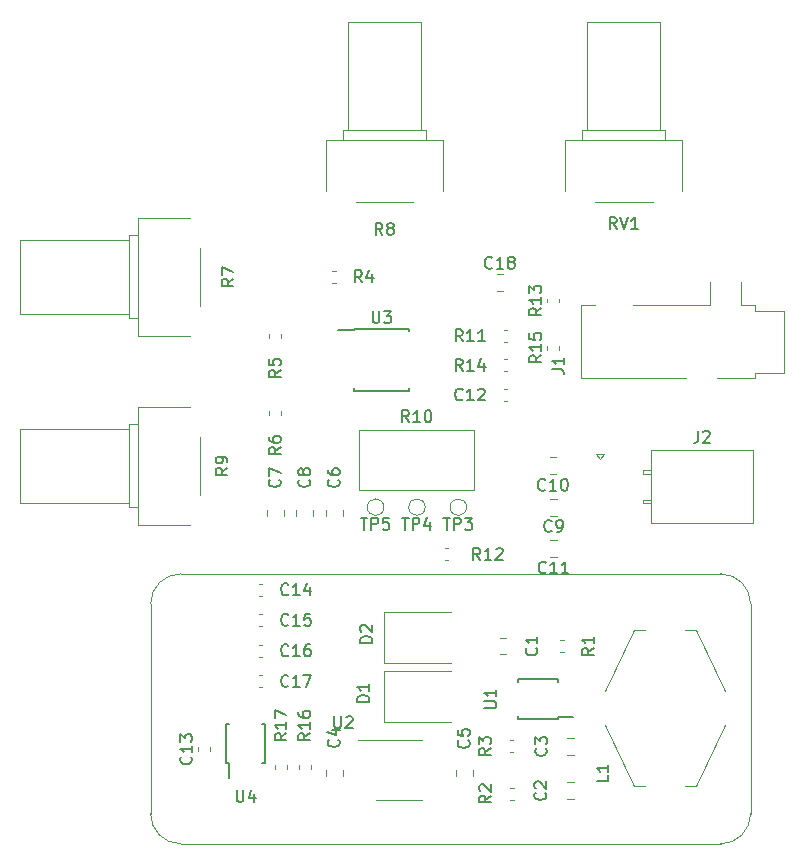
<source format=gto>
G04 #@! TF.GenerationSoftware,KiCad,Pcbnew,(5.1.5)-3*
G04 #@! TF.CreationDate,2020-02-01T22:19:46+11:00*
G04 #@! TF.ProjectId,Tph_Synth_Featherwing,5470685f-5379-46e7-9468-5f4665617468,rev?*
G04 #@! TF.SameCoordinates,Original*
G04 #@! TF.FileFunction,Legend,Top*
G04 #@! TF.FilePolarity,Positive*
%FSLAX46Y46*%
G04 Gerber Fmt 4.6, Leading zero omitted, Abs format (unit mm)*
G04 Created by KiCad (PCBNEW (5.1.5)-3) date 2020-02-01 22:19:46*
%MOMM*%
%LPD*%
G04 APERTURE LIST*
%ADD10C,0.120000*%
%ADD11C,0.150000*%
%ADD12C,0.100000*%
G04 APERTURE END LIST*
D10*
X116241422Y-88290000D02*
X116758578Y-88290000D01*
X116241422Y-89710000D02*
X116758578Y-89710000D01*
X127850000Y-131600000D02*
X128800000Y-131600000D01*
X127850000Y-131600000D02*
X125400000Y-126400000D01*
X133150000Y-118400000D02*
X132200000Y-118400000D01*
X133150000Y-118400000D02*
X135600000Y-123600000D01*
X133150000Y-131600000D02*
X135600000Y-126400000D01*
X127850000Y-118400000D02*
X125400000Y-123600000D01*
X133150000Y-131600000D02*
X132200000Y-131600000D01*
X127850000Y-118400000D02*
X128800000Y-118400000D01*
X96087221Y-123260000D02*
X96412779Y-123260000D01*
X96087221Y-122240000D02*
X96412779Y-122240000D01*
X96087221Y-119657000D02*
X96412779Y-119657000D01*
X96087221Y-120677000D02*
X96412779Y-120677000D01*
X96087221Y-118093000D02*
X96412779Y-118093000D01*
X96087221Y-117073000D02*
X96412779Y-117073000D01*
X96087221Y-114490000D02*
X96412779Y-114490000D01*
X96087221Y-115510000D02*
X96412779Y-115510000D01*
X90990000Y-128337221D02*
X90990000Y-128662779D01*
X92010000Y-128337221D02*
X92010000Y-128662779D01*
X117162779Y-99010000D02*
X116837221Y-99010000D01*
X117162779Y-97990000D02*
X116837221Y-97990000D01*
X114210000Y-130261422D02*
X114210000Y-130778578D01*
X112790000Y-130261422D02*
X112790000Y-130778578D01*
X121320578Y-110790000D02*
X120803422Y-110790000D01*
X121320578Y-112210000D02*
X120803422Y-112210000D01*
X121258578Y-105210000D02*
X120741422Y-105210000D01*
X121258578Y-103790000D02*
X120741422Y-103790000D01*
X121320578Y-107290000D02*
X120803422Y-107290000D01*
X121320578Y-108710000D02*
X120803422Y-108710000D01*
X98210000Y-108241422D02*
X98210000Y-108758578D01*
X96790000Y-108241422D02*
X96790000Y-108758578D01*
X101790000Y-108241422D02*
X101790000Y-108758578D01*
X103210000Y-108241422D02*
X103210000Y-108758578D01*
X103210000Y-130261422D02*
X103210000Y-130778578D01*
X101790000Y-130261422D02*
X101790000Y-130778578D01*
X122241422Y-128960000D02*
X122758578Y-128960000D01*
X122241422Y-127540000D02*
X122758578Y-127540000D01*
X122241422Y-131290000D02*
X122758578Y-131290000D01*
X122241422Y-132710000D02*
X122758578Y-132710000D01*
X117008578Y-119040000D02*
X116491422Y-119040000D01*
X117008578Y-120460000D02*
X116491422Y-120460000D01*
X100710000Y-108241422D02*
X100710000Y-108758578D01*
X99290000Y-108241422D02*
X99290000Y-108758578D01*
X136900000Y-90900000D02*
X138100000Y-90900000D01*
X138100000Y-90900000D02*
X138100000Y-91400000D01*
X138100000Y-91400000D02*
X140600000Y-91400000D01*
X140600000Y-91400000D02*
X140600000Y-96600000D01*
X140600000Y-96600000D02*
X138100000Y-96600000D01*
X138100000Y-96600000D02*
X138100000Y-97100000D01*
X138100000Y-97100000D02*
X134900000Y-97100000D01*
X132300000Y-97100000D02*
X123400000Y-97100000D01*
X123400000Y-97100000D02*
X123400000Y-90900000D01*
X123400000Y-90900000D02*
X124600000Y-90900000D01*
X127800000Y-90900000D02*
X134300000Y-90900000D01*
X136900000Y-90900000D02*
X136900000Y-88900000D01*
X134300000Y-90900000D02*
X134300000Y-88900000D01*
X129310000Y-103170000D02*
X129310000Y-109330000D01*
X129310000Y-109330000D02*
X137990000Y-109330000D01*
X137990000Y-109330000D02*
X137990000Y-103170000D01*
X137990000Y-103170000D02*
X129310000Y-103170000D01*
X129310000Y-105150000D02*
X129310000Y-104850000D01*
X129310000Y-104850000D02*
X128610000Y-104850000D01*
X128610000Y-104850000D02*
X128610000Y-105150000D01*
X128610000Y-105150000D02*
X129310000Y-105150000D01*
X129310000Y-107650000D02*
X129310000Y-107350000D01*
X129310000Y-107350000D02*
X128610000Y-107350000D01*
X128610000Y-107350000D02*
X128610000Y-107650000D01*
X128610000Y-107650000D02*
X129310000Y-107650000D01*
X125000000Y-103890000D02*
X125300000Y-103465736D01*
X125300000Y-103465736D02*
X124700000Y-103465736D01*
X124700000Y-103465736D02*
X125000000Y-103890000D01*
X106700000Y-121850000D02*
X112400000Y-121850000D01*
X106700000Y-126150000D02*
X112400000Y-126150000D01*
X106700000Y-121850000D02*
X106700000Y-126150000D01*
X106700000Y-116850000D02*
X106700000Y-121150000D01*
X106700000Y-121150000D02*
X112400000Y-121150000D01*
X106700000Y-116850000D02*
X112400000Y-116850000D01*
D11*
X93550000Y-129675000D02*
X93550000Y-130900000D01*
X96675000Y-129675000D02*
X96675000Y-126325000D01*
X93325000Y-129675000D02*
X93325000Y-126325000D01*
X96675000Y-129675000D02*
X96375000Y-129675000D01*
X96675000Y-126325000D02*
X96375000Y-126325000D01*
X93325000Y-126325000D02*
X93625000Y-126325000D01*
X93325000Y-129675000D02*
X93550000Y-129675000D01*
X121425000Y-125925000D02*
X121425000Y-125750000D01*
X118075000Y-125925000D02*
X118075000Y-125675000D01*
X118075000Y-122575000D02*
X118075000Y-122825000D01*
X121425000Y-122575000D02*
X121425000Y-122825000D01*
X121425000Y-125925000D02*
X118075000Y-125925000D01*
X121425000Y-122575000D02*
X118075000Y-122575000D01*
X121425000Y-125750000D02*
X122675000Y-125750000D01*
D10*
X108000000Y-132810000D02*
X109950000Y-132810000D01*
X108000000Y-132810000D02*
X106050000Y-132810000D01*
X108000000Y-127690000D02*
X109950000Y-127690000D01*
X108000000Y-127690000D02*
X104550000Y-127690000D01*
D11*
X104175000Y-92875000D02*
X104175000Y-93000000D01*
X108825000Y-92875000D02*
X108825000Y-93100000D01*
X108825000Y-98125000D02*
X108825000Y-97900000D01*
X104175000Y-98125000D02*
X104175000Y-97900000D01*
X104175000Y-92875000D02*
X108825000Y-92875000D01*
X104175000Y-98125000D02*
X108825000Y-98125000D01*
X104175000Y-93000000D02*
X102825000Y-93000000D01*
D10*
X104575000Y-101470000D02*
X114345000Y-101470000D01*
X104575000Y-106540000D02*
X114345000Y-106540000D01*
X104575000Y-101470000D02*
X104575000Y-106540000D01*
X114345000Y-101470000D02*
X114345000Y-106540000D01*
X123880000Y-66880000D02*
X130120000Y-66880000D01*
X123880000Y-76080000D02*
X130120000Y-76080000D01*
X130120000Y-76080000D02*
X130120000Y-66880000D01*
X123880000Y-76080000D02*
X123880000Y-66880000D01*
X123480000Y-76080000D02*
X130520000Y-76080000D01*
X123480000Y-76880000D02*
X130520000Y-76880000D01*
X130520000Y-76880000D02*
X130520000Y-76080000D01*
X123480000Y-76880000D02*
X123480000Y-76080000D01*
X122030000Y-76880000D02*
X131970000Y-76880000D01*
X124556000Y-82120000D02*
X129445000Y-82120000D01*
X131970000Y-81245000D02*
X131970000Y-76880000D01*
X122030000Y-81245000D02*
X122030000Y-76880000D01*
X90245000Y-93470000D02*
X85880000Y-93470000D01*
X90245000Y-83530000D02*
X85880000Y-83530000D01*
X91120000Y-90944000D02*
X91120000Y-86055000D01*
X85880000Y-93470000D02*
X85880000Y-83530000D01*
X85880000Y-92020000D02*
X85080000Y-92020000D01*
X85880000Y-84980000D02*
X85080000Y-84980000D01*
X85880000Y-92020000D02*
X85880000Y-84980000D01*
X85080000Y-92020000D02*
X85080000Y-84980000D01*
X85080000Y-91620000D02*
X75880000Y-91620000D01*
X85080000Y-85380000D02*
X75880000Y-85380000D01*
X85080000Y-91620000D02*
X85080000Y-85380000D01*
X75880000Y-91620000D02*
X75880000Y-85380000D01*
X103630000Y-66880000D02*
X109870000Y-66880000D01*
X103630000Y-76080000D02*
X109870000Y-76080000D01*
X109870000Y-76080000D02*
X109870000Y-66880000D01*
X103630000Y-76080000D02*
X103630000Y-66880000D01*
X103230000Y-76080000D02*
X110270000Y-76080000D01*
X103230000Y-76880000D02*
X110270000Y-76880000D01*
X110270000Y-76880000D02*
X110270000Y-76080000D01*
X103230000Y-76880000D02*
X103230000Y-76080000D01*
X101780000Y-76880000D02*
X111720000Y-76880000D01*
X104306000Y-82120000D02*
X109195000Y-82120000D01*
X111720000Y-81245000D02*
X111720000Y-76880000D01*
X101780000Y-81245000D02*
X101780000Y-76880000D01*
X90245000Y-109470000D02*
X85880000Y-109470000D01*
X90245000Y-99530000D02*
X85880000Y-99530000D01*
X91120000Y-106944000D02*
X91120000Y-102055000D01*
X85880000Y-109470000D02*
X85880000Y-99530000D01*
X85880000Y-108020000D02*
X85080000Y-108020000D01*
X85880000Y-100980000D02*
X85080000Y-100980000D01*
X85880000Y-108020000D02*
X85880000Y-100980000D01*
X85080000Y-108020000D02*
X85080000Y-100980000D01*
X85080000Y-107620000D02*
X75880000Y-107620000D01*
X85080000Y-101380000D02*
X75880000Y-101380000D01*
X85080000Y-107620000D02*
X85080000Y-101380000D01*
X75880000Y-107620000D02*
X75880000Y-101380000D01*
X98010000Y-99875221D02*
X98010000Y-100200779D01*
X96990000Y-99875221D02*
X96990000Y-100200779D01*
X98510000Y-130162779D02*
X98510000Y-129837221D01*
X97490000Y-130162779D02*
X97490000Y-129837221D01*
X99490000Y-130162779D02*
X99490000Y-129837221D01*
X100510000Y-130162779D02*
X100510000Y-129837221D01*
X121510000Y-94662779D02*
X121510000Y-94337221D01*
X120490000Y-94662779D02*
X120490000Y-94337221D01*
X120490000Y-90662779D02*
X120490000Y-90337221D01*
X121510000Y-90662779D02*
X121510000Y-90337221D01*
X96990000Y-93337221D02*
X96990000Y-93662779D01*
X98010000Y-93337221D02*
X98010000Y-93662779D01*
X102662779Y-89010000D02*
X102337221Y-89010000D01*
X102662779Y-87990000D02*
X102337221Y-87990000D01*
X117662779Y-127740000D02*
X117337221Y-127740000D01*
X117662779Y-128760000D02*
X117337221Y-128760000D01*
X121587221Y-119240000D02*
X121912779Y-119240000D01*
X121587221Y-120260000D02*
X121912779Y-120260000D01*
X117162779Y-92990000D02*
X116837221Y-92990000D01*
X117162779Y-94010000D02*
X116837221Y-94010000D01*
X116837221Y-95490000D02*
X117162779Y-95490000D01*
X116837221Y-96510000D02*
X117162779Y-96510000D01*
X111837221Y-112510000D02*
X112162779Y-112510000D01*
X111837221Y-111490000D02*
X112162779Y-111490000D01*
X117375221Y-131740000D02*
X117700779Y-131740000D01*
X117375221Y-132760000D02*
X117700779Y-132760000D01*
X113700000Y-108000000D02*
G75*
G03X113700000Y-108000000I-700000J0D01*
G01*
X106700000Y-108000000D02*
G75*
G03X106700000Y-108000000I-700000J0D01*
G01*
X110200000Y-108000000D02*
G75*
G03X110200000Y-108000000I-700000J0D01*
G01*
D12*
X89490000Y-136500000D02*
X135210000Y-136500000D01*
X137750000Y-133960000D02*
X137750000Y-116180000D01*
X135210000Y-113640000D02*
X89490000Y-113640000D01*
X86950000Y-116180000D02*
X86950000Y-133960000D01*
X135210000Y-136500000D02*
G75*
G03X137750000Y-133960000I0J2540000D01*
G01*
X137750000Y-116180000D02*
G75*
G03X135210000Y-113640000I-2540000J0D01*
G01*
X89490000Y-113640000D02*
G75*
G03X86950000Y-116180000I0J-2540000D01*
G01*
X86950000Y-133960000D02*
G75*
G03X89490000Y-136500000I2540000J0D01*
G01*
D11*
X115857142Y-87707142D02*
X115809523Y-87754761D01*
X115666666Y-87802380D01*
X115571428Y-87802380D01*
X115428571Y-87754761D01*
X115333333Y-87659523D01*
X115285714Y-87564285D01*
X115238095Y-87373809D01*
X115238095Y-87230952D01*
X115285714Y-87040476D01*
X115333333Y-86945238D01*
X115428571Y-86850000D01*
X115571428Y-86802380D01*
X115666666Y-86802380D01*
X115809523Y-86850000D01*
X115857142Y-86897619D01*
X116809523Y-87802380D02*
X116238095Y-87802380D01*
X116523809Y-87802380D02*
X116523809Y-86802380D01*
X116428571Y-86945238D01*
X116333333Y-87040476D01*
X116238095Y-87088095D01*
X117380952Y-87230952D02*
X117285714Y-87183333D01*
X117238095Y-87135714D01*
X117190476Y-87040476D01*
X117190476Y-86992857D01*
X117238095Y-86897619D01*
X117285714Y-86850000D01*
X117380952Y-86802380D01*
X117571428Y-86802380D01*
X117666666Y-86850000D01*
X117714285Y-86897619D01*
X117761904Y-86992857D01*
X117761904Y-87040476D01*
X117714285Y-87135714D01*
X117666666Y-87183333D01*
X117571428Y-87230952D01*
X117380952Y-87230952D01*
X117285714Y-87278571D01*
X117238095Y-87326190D01*
X117190476Y-87421428D01*
X117190476Y-87611904D01*
X117238095Y-87707142D01*
X117285714Y-87754761D01*
X117380952Y-87802380D01*
X117571428Y-87802380D01*
X117666666Y-87754761D01*
X117714285Y-87707142D01*
X117761904Y-87611904D01*
X117761904Y-87421428D01*
X117714285Y-87326190D01*
X117666666Y-87278571D01*
X117571428Y-87230952D01*
X125702380Y-130666666D02*
X125702380Y-131142857D01*
X124702380Y-131142857D01*
X125702380Y-129809523D02*
X125702380Y-130380952D01*
X125702380Y-130095238D02*
X124702380Y-130095238D01*
X124845238Y-130190476D01*
X124940476Y-130285714D01*
X124988095Y-130380952D01*
X98607142Y-123107142D02*
X98559523Y-123154761D01*
X98416666Y-123202380D01*
X98321428Y-123202380D01*
X98178571Y-123154761D01*
X98083333Y-123059523D01*
X98035714Y-122964285D01*
X97988095Y-122773809D01*
X97988095Y-122630952D01*
X98035714Y-122440476D01*
X98083333Y-122345238D01*
X98178571Y-122250000D01*
X98321428Y-122202380D01*
X98416666Y-122202380D01*
X98559523Y-122250000D01*
X98607142Y-122297619D01*
X99559523Y-123202380D02*
X98988095Y-123202380D01*
X99273809Y-123202380D02*
X99273809Y-122202380D01*
X99178571Y-122345238D01*
X99083333Y-122440476D01*
X98988095Y-122488095D01*
X99892857Y-122202380D02*
X100559523Y-122202380D01*
X100130952Y-123202380D01*
X98607142Y-120524142D02*
X98559523Y-120571761D01*
X98416666Y-120619380D01*
X98321428Y-120619380D01*
X98178571Y-120571761D01*
X98083333Y-120476523D01*
X98035714Y-120381285D01*
X97988095Y-120190809D01*
X97988095Y-120047952D01*
X98035714Y-119857476D01*
X98083333Y-119762238D01*
X98178571Y-119667000D01*
X98321428Y-119619380D01*
X98416666Y-119619380D01*
X98559523Y-119667000D01*
X98607142Y-119714619D01*
X99559523Y-120619380D02*
X98988095Y-120619380D01*
X99273809Y-120619380D02*
X99273809Y-119619380D01*
X99178571Y-119762238D01*
X99083333Y-119857476D01*
X98988095Y-119905095D01*
X100416666Y-119619380D02*
X100226190Y-119619380D01*
X100130952Y-119667000D01*
X100083333Y-119714619D01*
X99988095Y-119857476D01*
X99940476Y-120047952D01*
X99940476Y-120428904D01*
X99988095Y-120524142D01*
X100035714Y-120571761D01*
X100130952Y-120619380D01*
X100321428Y-120619380D01*
X100416666Y-120571761D01*
X100464285Y-120524142D01*
X100511904Y-120428904D01*
X100511904Y-120190809D01*
X100464285Y-120095571D01*
X100416666Y-120047952D01*
X100321428Y-120000333D01*
X100130952Y-120000333D01*
X100035714Y-120047952D01*
X99988095Y-120095571D01*
X99940476Y-120190809D01*
X98607142Y-117940142D02*
X98559523Y-117987761D01*
X98416666Y-118035380D01*
X98321428Y-118035380D01*
X98178571Y-117987761D01*
X98083333Y-117892523D01*
X98035714Y-117797285D01*
X97988095Y-117606809D01*
X97988095Y-117463952D01*
X98035714Y-117273476D01*
X98083333Y-117178238D01*
X98178571Y-117083000D01*
X98321428Y-117035380D01*
X98416666Y-117035380D01*
X98559523Y-117083000D01*
X98607142Y-117130619D01*
X99559523Y-118035380D02*
X98988095Y-118035380D01*
X99273809Y-118035380D02*
X99273809Y-117035380D01*
X99178571Y-117178238D01*
X99083333Y-117273476D01*
X98988095Y-117321095D01*
X100464285Y-117035380D02*
X99988095Y-117035380D01*
X99940476Y-117511571D01*
X99988095Y-117463952D01*
X100083333Y-117416333D01*
X100321428Y-117416333D01*
X100416666Y-117463952D01*
X100464285Y-117511571D01*
X100511904Y-117606809D01*
X100511904Y-117844904D01*
X100464285Y-117940142D01*
X100416666Y-117987761D01*
X100321428Y-118035380D01*
X100083333Y-118035380D01*
X99988095Y-117987761D01*
X99940476Y-117940142D01*
X98607142Y-115357142D02*
X98559523Y-115404761D01*
X98416666Y-115452380D01*
X98321428Y-115452380D01*
X98178571Y-115404761D01*
X98083333Y-115309523D01*
X98035714Y-115214285D01*
X97988095Y-115023809D01*
X97988095Y-114880952D01*
X98035714Y-114690476D01*
X98083333Y-114595238D01*
X98178571Y-114500000D01*
X98321428Y-114452380D01*
X98416666Y-114452380D01*
X98559523Y-114500000D01*
X98607142Y-114547619D01*
X99559523Y-115452380D02*
X98988095Y-115452380D01*
X99273809Y-115452380D02*
X99273809Y-114452380D01*
X99178571Y-114595238D01*
X99083333Y-114690476D01*
X98988095Y-114738095D01*
X100416666Y-114785714D02*
X100416666Y-115452380D01*
X100178571Y-114404761D02*
X99940476Y-115119047D01*
X100559523Y-115119047D01*
X90357142Y-129142857D02*
X90404761Y-129190476D01*
X90452380Y-129333333D01*
X90452380Y-129428571D01*
X90404761Y-129571428D01*
X90309523Y-129666666D01*
X90214285Y-129714285D01*
X90023809Y-129761904D01*
X89880952Y-129761904D01*
X89690476Y-129714285D01*
X89595238Y-129666666D01*
X89500000Y-129571428D01*
X89452380Y-129428571D01*
X89452380Y-129333333D01*
X89500000Y-129190476D01*
X89547619Y-129142857D01*
X90452380Y-128190476D02*
X90452380Y-128761904D01*
X90452380Y-128476190D02*
X89452380Y-128476190D01*
X89595238Y-128571428D01*
X89690476Y-128666666D01*
X89738095Y-128761904D01*
X89452380Y-127857142D02*
X89452380Y-127238095D01*
X89833333Y-127571428D01*
X89833333Y-127428571D01*
X89880952Y-127333333D01*
X89928571Y-127285714D01*
X90023809Y-127238095D01*
X90261904Y-127238095D01*
X90357142Y-127285714D01*
X90404761Y-127333333D01*
X90452380Y-127428571D01*
X90452380Y-127714285D01*
X90404761Y-127809523D01*
X90357142Y-127857142D01*
X113357142Y-98857142D02*
X113309523Y-98904761D01*
X113166666Y-98952380D01*
X113071428Y-98952380D01*
X112928571Y-98904761D01*
X112833333Y-98809523D01*
X112785714Y-98714285D01*
X112738095Y-98523809D01*
X112738095Y-98380952D01*
X112785714Y-98190476D01*
X112833333Y-98095238D01*
X112928571Y-98000000D01*
X113071428Y-97952380D01*
X113166666Y-97952380D01*
X113309523Y-98000000D01*
X113357142Y-98047619D01*
X114309523Y-98952380D02*
X113738095Y-98952380D01*
X114023809Y-98952380D02*
X114023809Y-97952380D01*
X113928571Y-98095238D01*
X113833333Y-98190476D01*
X113738095Y-98238095D01*
X114690476Y-98047619D02*
X114738095Y-98000000D01*
X114833333Y-97952380D01*
X115071428Y-97952380D01*
X115166666Y-98000000D01*
X115214285Y-98047619D01*
X115261904Y-98142857D01*
X115261904Y-98238095D01*
X115214285Y-98380952D01*
X114642857Y-98952380D01*
X115261904Y-98952380D01*
X113857142Y-127749166D02*
X113904761Y-127796785D01*
X113952380Y-127939642D01*
X113952380Y-128034880D01*
X113904761Y-128177738D01*
X113809523Y-128272976D01*
X113714285Y-128320595D01*
X113523809Y-128368214D01*
X113380952Y-128368214D01*
X113190476Y-128320595D01*
X113095238Y-128272976D01*
X113000000Y-128177738D01*
X112952380Y-128034880D01*
X112952380Y-127939642D01*
X113000000Y-127796785D01*
X113047619Y-127749166D01*
X112952380Y-126844404D02*
X112952380Y-127320595D01*
X113428571Y-127368214D01*
X113380952Y-127320595D01*
X113333333Y-127225357D01*
X113333333Y-126987261D01*
X113380952Y-126892023D01*
X113428571Y-126844404D01*
X113523809Y-126796785D01*
X113761904Y-126796785D01*
X113857142Y-126844404D01*
X113904761Y-126892023D01*
X113952380Y-126987261D01*
X113952380Y-127225357D01*
X113904761Y-127320595D01*
X113857142Y-127368214D01*
X120419142Y-113507142D02*
X120371523Y-113554761D01*
X120228666Y-113602380D01*
X120133428Y-113602380D01*
X119990571Y-113554761D01*
X119895333Y-113459523D01*
X119847714Y-113364285D01*
X119800095Y-113173809D01*
X119800095Y-113030952D01*
X119847714Y-112840476D01*
X119895333Y-112745238D01*
X119990571Y-112650000D01*
X120133428Y-112602380D01*
X120228666Y-112602380D01*
X120371523Y-112650000D01*
X120419142Y-112697619D01*
X121371523Y-113602380D02*
X120800095Y-113602380D01*
X121085809Y-113602380D02*
X121085809Y-112602380D01*
X120990571Y-112745238D01*
X120895333Y-112840476D01*
X120800095Y-112888095D01*
X122323904Y-113602380D02*
X121752476Y-113602380D01*
X122038190Y-113602380D02*
X122038190Y-112602380D01*
X121942952Y-112745238D01*
X121847714Y-112840476D01*
X121752476Y-112888095D01*
X120357142Y-106507142D02*
X120309523Y-106554761D01*
X120166666Y-106602380D01*
X120071428Y-106602380D01*
X119928571Y-106554761D01*
X119833333Y-106459523D01*
X119785714Y-106364285D01*
X119738095Y-106173809D01*
X119738095Y-106030952D01*
X119785714Y-105840476D01*
X119833333Y-105745238D01*
X119928571Y-105650000D01*
X120071428Y-105602380D01*
X120166666Y-105602380D01*
X120309523Y-105650000D01*
X120357142Y-105697619D01*
X121309523Y-106602380D02*
X120738095Y-106602380D01*
X121023809Y-106602380D02*
X121023809Y-105602380D01*
X120928571Y-105745238D01*
X120833333Y-105840476D01*
X120738095Y-105888095D01*
X121928571Y-105602380D02*
X122023809Y-105602380D01*
X122119047Y-105650000D01*
X122166666Y-105697619D01*
X122214285Y-105792857D01*
X122261904Y-105983333D01*
X122261904Y-106221428D01*
X122214285Y-106411904D01*
X122166666Y-106507142D01*
X122119047Y-106554761D01*
X122023809Y-106602380D01*
X121928571Y-106602380D01*
X121833333Y-106554761D01*
X121785714Y-106507142D01*
X121738095Y-106411904D01*
X121690476Y-106221428D01*
X121690476Y-105983333D01*
X121738095Y-105792857D01*
X121785714Y-105697619D01*
X121833333Y-105650000D01*
X121928571Y-105602380D01*
X120895333Y-110007142D02*
X120847714Y-110054761D01*
X120704857Y-110102380D01*
X120609619Y-110102380D01*
X120466761Y-110054761D01*
X120371523Y-109959523D01*
X120323904Y-109864285D01*
X120276285Y-109673809D01*
X120276285Y-109530952D01*
X120323904Y-109340476D01*
X120371523Y-109245238D01*
X120466761Y-109150000D01*
X120609619Y-109102380D01*
X120704857Y-109102380D01*
X120847714Y-109150000D01*
X120895333Y-109197619D01*
X121371523Y-110102380D02*
X121562000Y-110102380D01*
X121657238Y-110054761D01*
X121704857Y-110007142D01*
X121800095Y-109864285D01*
X121847714Y-109673809D01*
X121847714Y-109292857D01*
X121800095Y-109197619D01*
X121752476Y-109150000D01*
X121657238Y-109102380D01*
X121466761Y-109102380D01*
X121371523Y-109150000D01*
X121323904Y-109197619D01*
X121276285Y-109292857D01*
X121276285Y-109530952D01*
X121323904Y-109626190D01*
X121371523Y-109673809D01*
X121466761Y-109721428D01*
X121657238Y-109721428D01*
X121752476Y-109673809D01*
X121800095Y-109626190D01*
X121847714Y-109530952D01*
X97857142Y-105666666D02*
X97904761Y-105714285D01*
X97952380Y-105857142D01*
X97952380Y-105952380D01*
X97904761Y-106095238D01*
X97809523Y-106190476D01*
X97714285Y-106238095D01*
X97523809Y-106285714D01*
X97380952Y-106285714D01*
X97190476Y-106238095D01*
X97095238Y-106190476D01*
X97000000Y-106095238D01*
X96952380Y-105952380D01*
X96952380Y-105857142D01*
X97000000Y-105714285D01*
X97047619Y-105666666D01*
X96952380Y-105333333D02*
X96952380Y-104666666D01*
X97952380Y-105095238D01*
X102857142Y-105666666D02*
X102904761Y-105714285D01*
X102952380Y-105857142D01*
X102952380Y-105952380D01*
X102904761Y-106095238D01*
X102809523Y-106190476D01*
X102714285Y-106238095D01*
X102523809Y-106285714D01*
X102380952Y-106285714D01*
X102190476Y-106238095D01*
X102095238Y-106190476D01*
X102000000Y-106095238D01*
X101952380Y-105952380D01*
X101952380Y-105857142D01*
X102000000Y-105714285D01*
X102047619Y-105666666D01*
X101952380Y-104809523D02*
X101952380Y-105000000D01*
X102000000Y-105095238D01*
X102047619Y-105142857D01*
X102190476Y-105238095D01*
X102380952Y-105285714D01*
X102761904Y-105285714D01*
X102857142Y-105238095D01*
X102904761Y-105190476D01*
X102952380Y-105095238D01*
X102952380Y-104904761D01*
X102904761Y-104809523D01*
X102857142Y-104761904D01*
X102761904Y-104714285D01*
X102523809Y-104714285D01*
X102428571Y-104761904D01*
X102380952Y-104809523D01*
X102333333Y-104904761D01*
X102333333Y-105095238D01*
X102380952Y-105190476D01*
X102428571Y-105238095D01*
X102523809Y-105285714D01*
X102857142Y-127686666D02*
X102904761Y-127734285D01*
X102952380Y-127877142D01*
X102952380Y-127972380D01*
X102904761Y-128115238D01*
X102809523Y-128210476D01*
X102714285Y-128258095D01*
X102523809Y-128305714D01*
X102380952Y-128305714D01*
X102190476Y-128258095D01*
X102095238Y-128210476D01*
X102000000Y-128115238D01*
X101952380Y-127972380D01*
X101952380Y-127877142D01*
X102000000Y-127734285D01*
X102047619Y-127686666D01*
X102285714Y-126829523D02*
X102952380Y-126829523D01*
X101904761Y-127067619D02*
X102619047Y-127305714D01*
X102619047Y-126686666D01*
X120419142Y-128416666D02*
X120466761Y-128464285D01*
X120514380Y-128607142D01*
X120514380Y-128702380D01*
X120466761Y-128845238D01*
X120371523Y-128940476D01*
X120276285Y-128988095D01*
X120085809Y-129035714D01*
X119942952Y-129035714D01*
X119752476Y-128988095D01*
X119657238Y-128940476D01*
X119562000Y-128845238D01*
X119514380Y-128702380D01*
X119514380Y-128607142D01*
X119562000Y-128464285D01*
X119609619Y-128416666D01*
X119514380Y-128083333D02*
X119514380Y-127464285D01*
X119895333Y-127797619D01*
X119895333Y-127654761D01*
X119942952Y-127559523D01*
X119990571Y-127511904D01*
X120085809Y-127464285D01*
X120323904Y-127464285D01*
X120419142Y-127511904D01*
X120466761Y-127559523D01*
X120514380Y-127654761D01*
X120514380Y-127940476D01*
X120466761Y-128035714D01*
X120419142Y-128083333D01*
X120357142Y-132166666D02*
X120404761Y-132214285D01*
X120452380Y-132357142D01*
X120452380Y-132452380D01*
X120404761Y-132595238D01*
X120309523Y-132690476D01*
X120214285Y-132738095D01*
X120023809Y-132785714D01*
X119880952Y-132785714D01*
X119690476Y-132738095D01*
X119595238Y-132690476D01*
X119500000Y-132595238D01*
X119452380Y-132452380D01*
X119452380Y-132357142D01*
X119500000Y-132214285D01*
X119547619Y-132166666D01*
X119547619Y-131785714D02*
X119500000Y-131738095D01*
X119452380Y-131642857D01*
X119452380Y-131404761D01*
X119500000Y-131309523D01*
X119547619Y-131261904D01*
X119642857Y-131214285D01*
X119738095Y-131214285D01*
X119880952Y-131261904D01*
X120452380Y-131833333D01*
X120452380Y-131214285D01*
X119607142Y-119916666D02*
X119654761Y-119964285D01*
X119702380Y-120107142D01*
X119702380Y-120202380D01*
X119654761Y-120345238D01*
X119559523Y-120440476D01*
X119464285Y-120488095D01*
X119273809Y-120535714D01*
X119130952Y-120535714D01*
X118940476Y-120488095D01*
X118845238Y-120440476D01*
X118750000Y-120345238D01*
X118702380Y-120202380D01*
X118702380Y-120107142D01*
X118750000Y-119964285D01*
X118797619Y-119916666D01*
X119702380Y-118964285D02*
X119702380Y-119535714D01*
X119702380Y-119250000D02*
X118702380Y-119250000D01*
X118845238Y-119345238D01*
X118940476Y-119440476D01*
X118988095Y-119535714D01*
X100357142Y-105666666D02*
X100404761Y-105714285D01*
X100452380Y-105857142D01*
X100452380Y-105952380D01*
X100404761Y-106095238D01*
X100309523Y-106190476D01*
X100214285Y-106238095D01*
X100023809Y-106285714D01*
X99880952Y-106285714D01*
X99690476Y-106238095D01*
X99595238Y-106190476D01*
X99500000Y-106095238D01*
X99452380Y-105952380D01*
X99452380Y-105857142D01*
X99500000Y-105714285D01*
X99547619Y-105666666D01*
X99880952Y-105095238D02*
X99833333Y-105190476D01*
X99785714Y-105238095D01*
X99690476Y-105285714D01*
X99642857Y-105285714D01*
X99547619Y-105238095D01*
X99500000Y-105190476D01*
X99452380Y-105095238D01*
X99452380Y-104904761D01*
X99500000Y-104809523D01*
X99547619Y-104761904D01*
X99642857Y-104714285D01*
X99690476Y-104714285D01*
X99785714Y-104761904D01*
X99833333Y-104809523D01*
X99880952Y-104904761D01*
X99880952Y-105095238D01*
X99928571Y-105190476D01*
X99976190Y-105238095D01*
X100071428Y-105285714D01*
X100261904Y-105285714D01*
X100357142Y-105238095D01*
X100404761Y-105190476D01*
X100452380Y-105095238D01*
X100452380Y-104904761D01*
X100404761Y-104809523D01*
X100357142Y-104761904D01*
X100261904Y-104714285D01*
X100071428Y-104714285D01*
X99976190Y-104761904D01*
X99928571Y-104809523D01*
X99880952Y-104904761D01*
X120952380Y-96333333D02*
X121666666Y-96333333D01*
X121809523Y-96380952D01*
X121904761Y-96476190D01*
X121952380Y-96619047D01*
X121952380Y-96714285D01*
X121952380Y-95333333D02*
X121952380Y-95904761D01*
X121952380Y-95619047D02*
X120952380Y-95619047D01*
X121095238Y-95714285D01*
X121190476Y-95809523D01*
X121238095Y-95904761D01*
X133316666Y-101532380D02*
X133316666Y-102246666D01*
X133269047Y-102389523D01*
X133173809Y-102484761D01*
X133030952Y-102532380D01*
X132935714Y-102532380D01*
X133745238Y-101627619D02*
X133792857Y-101580000D01*
X133888095Y-101532380D01*
X134126190Y-101532380D01*
X134221428Y-101580000D01*
X134269047Y-101627619D01*
X134316666Y-101722857D01*
X134316666Y-101818095D01*
X134269047Y-101960952D01*
X133697619Y-102532380D01*
X134316666Y-102532380D01*
X105452380Y-124488095D02*
X104452380Y-124488095D01*
X104452380Y-124250000D01*
X104500000Y-124107142D01*
X104595238Y-124011904D01*
X104690476Y-123964285D01*
X104880952Y-123916666D01*
X105023809Y-123916666D01*
X105214285Y-123964285D01*
X105309523Y-124011904D01*
X105404761Y-124107142D01*
X105452380Y-124250000D01*
X105452380Y-124488095D01*
X105452380Y-122964285D02*
X105452380Y-123535714D01*
X105452380Y-123250000D02*
X104452380Y-123250000D01*
X104595238Y-123345238D01*
X104690476Y-123440476D01*
X104738095Y-123535714D01*
X105702380Y-119488095D02*
X104702380Y-119488095D01*
X104702380Y-119250000D01*
X104750000Y-119107142D01*
X104845238Y-119011904D01*
X104940476Y-118964285D01*
X105130952Y-118916666D01*
X105273809Y-118916666D01*
X105464285Y-118964285D01*
X105559523Y-119011904D01*
X105654761Y-119107142D01*
X105702380Y-119250000D01*
X105702380Y-119488095D01*
X104797619Y-118535714D02*
X104750000Y-118488095D01*
X104702380Y-118392857D01*
X104702380Y-118154761D01*
X104750000Y-118059523D01*
X104797619Y-118011904D01*
X104892857Y-117964285D01*
X104988095Y-117964285D01*
X105130952Y-118011904D01*
X105702380Y-118583333D01*
X105702380Y-117964285D01*
X94238095Y-131952380D02*
X94238095Y-132761904D01*
X94285714Y-132857142D01*
X94333333Y-132904761D01*
X94428571Y-132952380D01*
X94619047Y-132952380D01*
X94714285Y-132904761D01*
X94761904Y-132857142D01*
X94809523Y-132761904D01*
X94809523Y-131952380D01*
X95714285Y-132285714D02*
X95714285Y-132952380D01*
X95476190Y-131904761D02*
X95238095Y-132619047D01*
X95857142Y-132619047D01*
X115202380Y-125011904D02*
X116011904Y-125011904D01*
X116107142Y-124964285D01*
X116154761Y-124916666D01*
X116202380Y-124821428D01*
X116202380Y-124630952D01*
X116154761Y-124535714D01*
X116107142Y-124488095D01*
X116011904Y-124440476D01*
X115202380Y-124440476D01*
X116202380Y-123440476D02*
X116202380Y-124011904D01*
X116202380Y-123726190D02*
X115202380Y-123726190D01*
X115345238Y-123821428D01*
X115440476Y-123916666D01*
X115488095Y-124011904D01*
X102488095Y-125702380D02*
X102488095Y-126511904D01*
X102535714Y-126607142D01*
X102583333Y-126654761D01*
X102678571Y-126702380D01*
X102869047Y-126702380D01*
X102964285Y-126654761D01*
X103011904Y-126607142D01*
X103059523Y-126511904D01*
X103059523Y-125702380D01*
X103488095Y-125797619D02*
X103535714Y-125750000D01*
X103630952Y-125702380D01*
X103869047Y-125702380D01*
X103964285Y-125750000D01*
X104011904Y-125797619D01*
X104059523Y-125892857D01*
X104059523Y-125988095D01*
X104011904Y-126130952D01*
X103440476Y-126702380D01*
X104059523Y-126702380D01*
X105738095Y-91402380D02*
X105738095Y-92211904D01*
X105785714Y-92307142D01*
X105833333Y-92354761D01*
X105928571Y-92402380D01*
X106119047Y-92402380D01*
X106214285Y-92354761D01*
X106261904Y-92307142D01*
X106309523Y-92211904D01*
X106309523Y-91402380D01*
X106690476Y-91402380D02*
X107309523Y-91402380D01*
X106976190Y-91783333D01*
X107119047Y-91783333D01*
X107214285Y-91830952D01*
X107261904Y-91878571D01*
X107309523Y-91973809D01*
X107309523Y-92211904D01*
X107261904Y-92307142D01*
X107214285Y-92354761D01*
X107119047Y-92402380D01*
X106833333Y-92402380D01*
X106738095Y-92354761D01*
X106690476Y-92307142D01*
X108817142Y-100792380D02*
X108483809Y-100316190D01*
X108245714Y-100792380D02*
X108245714Y-99792380D01*
X108626666Y-99792380D01*
X108721904Y-99840000D01*
X108769523Y-99887619D01*
X108817142Y-99982857D01*
X108817142Y-100125714D01*
X108769523Y-100220952D01*
X108721904Y-100268571D01*
X108626666Y-100316190D01*
X108245714Y-100316190D01*
X109769523Y-100792380D02*
X109198095Y-100792380D01*
X109483809Y-100792380D02*
X109483809Y-99792380D01*
X109388571Y-99935238D01*
X109293333Y-100030476D01*
X109198095Y-100078095D01*
X110388571Y-99792380D02*
X110483809Y-99792380D01*
X110579047Y-99840000D01*
X110626666Y-99887619D01*
X110674285Y-99982857D01*
X110721904Y-100173333D01*
X110721904Y-100411428D01*
X110674285Y-100601904D01*
X110626666Y-100697142D01*
X110579047Y-100744761D01*
X110483809Y-100792380D01*
X110388571Y-100792380D01*
X110293333Y-100744761D01*
X110245714Y-100697142D01*
X110198095Y-100601904D01*
X110150476Y-100411428D01*
X110150476Y-100173333D01*
X110198095Y-99982857D01*
X110245714Y-99887619D01*
X110293333Y-99840000D01*
X110388571Y-99792380D01*
X126404761Y-84452380D02*
X126071428Y-83976190D01*
X125833333Y-84452380D02*
X125833333Y-83452380D01*
X126214285Y-83452380D01*
X126309523Y-83500000D01*
X126357142Y-83547619D01*
X126404761Y-83642857D01*
X126404761Y-83785714D01*
X126357142Y-83880952D01*
X126309523Y-83928571D01*
X126214285Y-83976190D01*
X125833333Y-83976190D01*
X126690476Y-83452380D02*
X127023809Y-84452380D01*
X127357142Y-83452380D01*
X128214285Y-84452380D02*
X127642857Y-84452380D01*
X127928571Y-84452380D02*
X127928571Y-83452380D01*
X127833333Y-83595238D01*
X127738095Y-83690476D01*
X127642857Y-83738095D01*
X93952380Y-88666666D02*
X93476190Y-89000000D01*
X93952380Y-89238095D02*
X92952380Y-89238095D01*
X92952380Y-88857142D01*
X93000000Y-88761904D01*
X93047619Y-88714285D01*
X93142857Y-88666666D01*
X93285714Y-88666666D01*
X93380952Y-88714285D01*
X93428571Y-88761904D01*
X93476190Y-88857142D01*
X93476190Y-89238095D01*
X92952380Y-88333333D02*
X92952380Y-87666666D01*
X93952380Y-88095238D01*
X106583333Y-84952380D02*
X106250000Y-84476190D01*
X106011904Y-84952380D02*
X106011904Y-83952380D01*
X106392857Y-83952380D01*
X106488095Y-84000000D01*
X106535714Y-84047619D01*
X106583333Y-84142857D01*
X106583333Y-84285714D01*
X106535714Y-84380952D01*
X106488095Y-84428571D01*
X106392857Y-84476190D01*
X106011904Y-84476190D01*
X107154761Y-84380952D02*
X107059523Y-84333333D01*
X107011904Y-84285714D01*
X106964285Y-84190476D01*
X106964285Y-84142857D01*
X107011904Y-84047619D01*
X107059523Y-84000000D01*
X107154761Y-83952380D01*
X107345238Y-83952380D01*
X107440476Y-84000000D01*
X107488095Y-84047619D01*
X107535714Y-84142857D01*
X107535714Y-84190476D01*
X107488095Y-84285714D01*
X107440476Y-84333333D01*
X107345238Y-84380952D01*
X107154761Y-84380952D01*
X107059523Y-84428571D01*
X107011904Y-84476190D01*
X106964285Y-84571428D01*
X106964285Y-84761904D01*
X107011904Y-84857142D01*
X107059523Y-84904761D01*
X107154761Y-84952380D01*
X107345238Y-84952380D01*
X107440476Y-84904761D01*
X107488095Y-84857142D01*
X107535714Y-84761904D01*
X107535714Y-84571428D01*
X107488095Y-84476190D01*
X107440476Y-84428571D01*
X107345238Y-84380952D01*
X93452380Y-104666666D02*
X92976190Y-105000000D01*
X93452380Y-105238095D02*
X92452380Y-105238095D01*
X92452380Y-104857142D01*
X92500000Y-104761904D01*
X92547619Y-104714285D01*
X92642857Y-104666666D01*
X92785714Y-104666666D01*
X92880952Y-104714285D01*
X92928571Y-104761904D01*
X92976190Y-104857142D01*
X92976190Y-105238095D01*
X93452380Y-104190476D02*
X93452380Y-104000000D01*
X93404761Y-103904761D01*
X93357142Y-103857142D01*
X93214285Y-103761904D01*
X93023809Y-103714285D01*
X92642857Y-103714285D01*
X92547619Y-103761904D01*
X92500000Y-103809523D01*
X92452380Y-103904761D01*
X92452380Y-104095238D01*
X92500000Y-104190476D01*
X92547619Y-104238095D01*
X92642857Y-104285714D01*
X92880952Y-104285714D01*
X92976190Y-104238095D01*
X93023809Y-104190476D01*
X93071428Y-104095238D01*
X93071428Y-103904761D01*
X93023809Y-103809523D01*
X92976190Y-103761904D01*
X92880952Y-103714285D01*
X97952380Y-102917166D02*
X97476190Y-103250500D01*
X97952380Y-103488595D02*
X96952380Y-103488595D01*
X96952380Y-103107642D01*
X97000000Y-103012404D01*
X97047619Y-102964785D01*
X97142857Y-102917166D01*
X97285714Y-102917166D01*
X97380952Y-102964785D01*
X97428571Y-103012404D01*
X97476190Y-103107642D01*
X97476190Y-103488595D01*
X96952380Y-102060023D02*
X96952380Y-102250500D01*
X97000000Y-102345738D01*
X97047619Y-102393357D01*
X97190476Y-102488595D01*
X97380952Y-102536214D01*
X97761904Y-102536214D01*
X97857142Y-102488595D01*
X97904761Y-102440976D01*
X97952380Y-102345738D01*
X97952380Y-102155261D01*
X97904761Y-102060023D01*
X97857142Y-102012404D01*
X97761904Y-101964785D01*
X97523809Y-101964785D01*
X97428571Y-102012404D01*
X97380952Y-102060023D01*
X97333333Y-102155261D01*
X97333333Y-102345738D01*
X97380952Y-102440976D01*
X97428571Y-102488595D01*
X97523809Y-102536214D01*
X98452380Y-127142857D02*
X97976190Y-127476190D01*
X98452380Y-127714285D02*
X97452380Y-127714285D01*
X97452380Y-127333333D01*
X97500000Y-127238095D01*
X97547619Y-127190476D01*
X97642857Y-127142857D01*
X97785714Y-127142857D01*
X97880952Y-127190476D01*
X97928571Y-127238095D01*
X97976190Y-127333333D01*
X97976190Y-127714285D01*
X98452380Y-126190476D02*
X98452380Y-126761904D01*
X98452380Y-126476190D02*
X97452380Y-126476190D01*
X97595238Y-126571428D01*
X97690476Y-126666666D01*
X97738095Y-126761904D01*
X97452380Y-125857142D02*
X97452380Y-125190476D01*
X98452380Y-125619047D01*
X100452380Y-127142857D02*
X99976190Y-127476190D01*
X100452380Y-127714285D02*
X99452380Y-127714285D01*
X99452380Y-127333333D01*
X99500000Y-127238095D01*
X99547619Y-127190476D01*
X99642857Y-127142857D01*
X99785714Y-127142857D01*
X99880952Y-127190476D01*
X99928571Y-127238095D01*
X99976190Y-127333333D01*
X99976190Y-127714285D01*
X100452380Y-126190476D02*
X100452380Y-126761904D01*
X100452380Y-126476190D02*
X99452380Y-126476190D01*
X99595238Y-126571428D01*
X99690476Y-126666666D01*
X99738095Y-126761904D01*
X99452380Y-125333333D02*
X99452380Y-125523809D01*
X99500000Y-125619047D01*
X99547619Y-125666666D01*
X99690476Y-125761904D01*
X99880952Y-125809523D01*
X100261904Y-125809523D01*
X100357142Y-125761904D01*
X100404761Y-125714285D01*
X100452380Y-125619047D01*
X100452380Y-125428571D01*
X100404761Y-125333333D01*
X100357142Y-125285714D01*
X100261904Y-125238095D01*
X100023809Y-125238095D01*
X99928571Y-125285714D01*
X99880952Y-125333333D01*
X99833333Y-125428571D01*
X99833333Y-125619047D01*
X99880952Y-125714285D01*
X99928571Y-125761904D01*
X100023809Y-125809523D01*
X120022380Y-95142857D02*
X119546190Y-95476190D01*
X120022380Y-95714285D02*
X119022380Y-95714285D01*
X119022380Y-95333333D01*
X119070000Y-95238095D01*
X119117619Y-95190476D01*
X119212857Y-95142857D01*
X119355714Y-95142857D01*
X119450952Y-95190476D01*
X119498571Y-95238095D01*
X119546190Y-95333333D01*
X119546190Y-95714285D01*
X120022380Y-94190476D02*
X120022380Y-94761904D01*
X120022380Y-94476190D02*
X119022380Y-94476190D01*
X119165238Y-94571428D01*
X119260476Y-94666666D01*
X119308095Y-94761904D01*
X119022380Y-93285714D02*
X119022380Y-93761904D01*
X119498571Y-93809523D01*
X119450952Y-93761904D01*
X119403333Y-93666666D01*
X119403333Y-93428571D01*
X119450952Y-93333333D01*
X119498571Y-93285714D01*
X119593809Y-93238095D01*
X119831904Y-93238095D01*
X119927142Y-93285714D01*
X119974761Y-93333333D01*
X120022380Y-93428571D01*
X120022380Y-93666666D01*
X119974761Y-93761904D01*
X119927142Y-93809523D01*
X120022380Y-91142857D02*
X119546190Y-91476190D01*
X120022380Y-91714285D02*
X119022380Y-91714285D01*
X119022380Y-91333333D01*
X119070000Y-91238095D01*
X119117619Y-91190476D01*
X119212857Y-91142857D01*
X119355714Y-91142857D01*
X119450952Y-91190476D01*
X119498571Y-91238095D01*
X119546190Y-91333333D01*
X119546190Y-91714285D01*
X120022380Y-90190476D02*
X120022380Y-90761904D01*
X120022380Y-90476190D02*
X119022380Y-90476190D01*
X119165238Y-90571428D01*
X119260476Y-90666666D01*
X119308095Y-90761904D01*
X119022380Y-89857142D02*
X119022380Y-89238095D01*
X119403333Y-89571428D01*
X119403333Y-89428571D01*
X119450952Y-89333333D01*
X119498571Y-89285714D01*
X119593809Y-89238095D01*
X119831904Y-89238095D01*
X119927142Y-89285714D01*
X119974761Y-89333333D01*
X120022380Y-89428571D01*
X120022380Y-89714285D01*
X119974761Y-89809523D01*
X119927142Y-89857142D01*
X97952380Y-96379166D02*
X97476190Y-96712500D01*
X97952380Y-96950595D02*
X96952380Y-96950595D01*
X96952380Y-96569642D01*
X97000000Y-96474404D01*
X97047619Y-96426785D01*
X97142857Y-96379166D01*
X97285714Y-96379166D01*
X97380952Y-96426785D01*
X97428571Y-96474404D01*
X97476190Y-96569642D01*
X97476190Y-96950595D01*
X96952380Y-95474404D02*
X96952380Y-95950595D01*
X97428571Y-95998214D01*
X97380952Y-95950595D01*
X97333333Y-95855357D01*
X97333333Y-95617261D01*
X97380952Y-95522023D01*
X97428571Y-95474404D01*
X97523809Y-95426785D01*
X97761904Y-95426785D01*
X97857142Y-95474404D01*
X97904761Y-95522023D01*
X97952380Y-95617261D01*
X97952380Y-95855357D01*
X97904761Y-95950595D01*
X97857142Y-95998214D01*
X104833333Y-88952380D02*
X104500000Y-88476190D01*
X104261904Y-88952380D02*
X104261904Y-87952380D01*
X104642857Y-87952380D01*
X104738095Y-88000000D01*
X104785714Y-88047619D01*
X104833333Y-88142857D01*
X104833333Y-88285714D01*
X104785714Y-88380952D01*
X104738095Y-88428571D01*
X104642857Y-88476190D01*
X104261904Y-88476190D01*
X105690476Y-88285714D02*
X105690476Y-88952380D01*
X105452380Y-87904761D02*
X105214285Y-88619047D01*
X105833333Y-88619047D01*
X115739880Y-128416666D02*
X115263690Y-128750000D01*
X115739880Y-128988095D02*
X114739880Y-128988095D01*
X114739880Y-128607142D01*
X114787500Y-128511904D01*
X114835119Y-128464285D01*
X114930357Y-128416666D01*
X115073214Y-128416666D01*
X115168452Y-128464285D01*
X115216071Y-128511904D01*
X115263690Y-128607142D01*
X115263690Y-128988095D01*
X114739880Y-128083333D02*
X114739880Y-127464285D01*
X115120833Y-127797619D01*
X115120833Y-127654761D01*
X115168452Y-127559523D01*
X115216071Y-127511904D01*
X115311309Y-127464285D01*
X115549404Y-127464285D01*
X115644642Y-127511904D01*
X115692261Y-127559523D01*
X115739880Y-127654761D01*
X115739880Y-127940476D01*
X115692261Y-128035714D01*
X115644642Y-128083333D01*
X124452380Y-119916666D02*
X123976190Y-120250000D01*
X124452380Y-120488095D02*
X123452380Y-120488095D01*
X123452380Y-120107142D01*
X123500000Y-120011904D01*
X123547619Y-119964285D01*
X123642857Y-119916666D01*
X123785714Y-119916666D01*
X123880952Y-119964285D01*
X123928571Y-120011904D01*
X123976190Y-120107142D01*
X123976190Y-120488095D01*
X124452380Y-118964285D02*
X124452380Y-119535714D01*
X124452380Y-119250000D02*
X123452380Y-119250000D01*
X123595238Y-119345238D01*
X123690476Y-119440476D01*
X123738095Y-119535714D01*
X113357142Y-93952380D02*
X113023809Y-93476190D01*
X112785714Y-93952380D02*
X112785714Y-92952380D01*
X113166666Y-92952380D01*
X113261904Y-93000000D01*
X113309523Y-93047619D01*
X113357142Y-93142857D01*
X113357142Y-93285714D01*
X113309523Y-93380952D01*
X113261904Y-93428571D01*
X113166666Y-93476190D01*
X112785714Y-93476190D01*
X114309523Y-93952380D02*
X113738095Y-93952380D01*
X114023809Y-93952380D02*
X114023809Y-92952380D01*
X113928571Y-93095238D01*
X113833333Y-93190476D01*
X113738095Y-93238095D01*
X115261904Y-93952380D02*
X114690476Y-93952380D01*
X114976190Y-93952380D02*
X114976190Y-92952380D01*
X114880952Y-93095238D01*
X114785714Y-93190476D01*
X114690476Y-93238095D01*
X113357142Y-96452380D02*
X113023809Y-95976190D01*
X112785714Y-96452380D02*
X112785714Y-95452380D01*
X113166666Y-95452380D01*
X113261904Y-95500000D01*
X113309523Y-95547619D01*
X113357142Y-95642857D01*
X113357142Y-95785714D01*
X113309523Y-95880952D01*
X113261904Y-95928571D01*
X113166666Y-95976190D01*
X112785714Y-95976190D01*
X114309523Y-96452380D02*
X113738095Y-96452380D01*
X114023809Y-96452380D02*
X114023809Y-95452380D01*
X113928571Y-95595238D01*
X113833333Y-95690476D01*
X113738095Y-95738095D01*
X115166666Y-95785714D02*
X115166666Y-96452380D01*
X114928571Y-95404761D02*
X114690476Y-96119047D01*
X115309523Y-96119047D01*
X114857142Y-112452380D02*
X114523809Y-111976190D01*
X114285714Y-112452380D02*
X114285714Y-111452380D01*
X114666666Y-111452380D01*
X114761904Y-111500000D01*
X114809523Y-111547619D01*
X114857142Y-111642857D01*
X114857142Y-111785714D01*
X114809523Y-111880952D01*
X114761904Y-111928571D01*
X114666666Y-111976190D01*
X114285714Y-111976190D01*
X115809523Y-112452380D02*
X115238095Y-112452380D01*
X115523809Y-112452380D02*
X115523809Y-111452380D01*
X115428571Y-111595238D01*
X115333333Y-111690476D01*
X115238095Y-111738095D01*
X116190476Y-111547619D02*
X116238095Y-111500000D01*
X116333333Y-111452380D01*
X116571428Y-111452380D01*
X116666666Y-111500000D01*
X116714285Y-111547619D01*
X116761904Y-111642857D01*
X116761904Y-111738095D01*
X116714285Y-111880952D01*
X116142857Y-112452380D01*
X116761904Y-112452380D01*
X115777880Y-132416666D02*
X115301690Y-132750000D01*
X115777880Y-132988095D02*
X114777880Y-132988095D01*
X114777880Y-132607142D01*
X114825500Y-132511904D01*
X114873119Y-132464285D01*
X114968357Y-132416666D01*
X115111214Y-132416666D01*
X115206452Y-132464285D01*
X115254071Y-132511904D01*
X115301690Y-132607142D01*
X115301690Y-132988095D01*
X114873119Y-132035714D02*
X114825500Y-131988095D01*
X114777880Y-131892857D01*
X114777880Y-131654761D01*
X114825500Y-131559523D01*
X114873119Y-131511904D01*
X114968357Y-131464285D01*
X115063595Y-131464285D01*
X115206452Y-131511904D01*
X115777880Y-132083333D01*
X115777880Y-131464285D01*
X111738095Y-108900380D02*
X112309523Y-108900380D01*
X112023809Y-109900380D02*
X112023809Y-108900380D01*
X112642857Y-109900380D02*
X112642857Y-108900380D01*
X113023809Y-108900380D01*
X113119047Y-108948000D01*
X113166666Y-108995619D01*
X113214285Y-109090857D01*
X113214285Y-109233714D01*
X113166666Y-109328952D01*
X113119047Y-109376571D01*
X113023809Y-109424190D01*
X112642857Y-109424190D01*
X113547619Y-108900380D02*
X114166666Y-108900380D01*
X113833333Y-109281333D01*
X113976190Y-109281333D01*
X114071428Y-109328952D01*
X114119047Y-109376571D01*
X114166666Y-109471809D01*
X114166666Y-109709904D01*
X114119047Y-109805142D01*
X114071428Y-109852761D01*
X113976190Y-109900380D01*
X113690476Y-109900380D01*
X113595238Y-109852761D01*
X113547619Y-109805142D01*
X104738095Y-108900380D02*
X105309523Y-108900380D01*
X105023809Y-109900380D02*
X105023809Y-108900380D01*
X105642857Y-109900380D02*
X105642857Y-108900380D01*
X106023809Y-108900380D01*
X106119047Y-108948000D01*
X106166666Y-108995619D01*
X106214285Y-109090857D01*
X106214285Y-109233714D01*
X106166666Y-109328952D01*
X106119047Y-109376571D01*
X106023809Y-109424190D01*
X105642857Y-109424190D01*
X107119047Y-108900380D02*
X106642857Y-108900380D01*
X106595238Y-109376571D01*
X106642857Y-109328952D01*
X106738095Y-109281333D01*
X106976190Y-109281333D01*
X107071428Y-109328952D01*
X107119047Y-109376571D01*
X107166666Y-109471809D01*
X107166666Y-109709904D01*
X107119047Y-109805142D01*
X107071428Y-109852761D01*
X106976190Y-109900380D01*
X106738095Y-109900380D01*
X106642857Y-109852761D01*
X106595238Y-109805142D01*
X108238095Y-108900380D02*
X108809523Y-108900380D01*
X108523809Y-109900380D02*
X108523809Y-108900380D01*
X109142857Y-109900380D02*
X109142857Y-108900380D01*
X109523809Y-108900380D01*
X109619047Y-108948000D01*
X109666666Y-108995619D01*
X109714285Y-109090857D01*
X109714285Y-109233714D01*
X109666666Y-109328952D01*
X109619047Y-109376571D01*
X109523809Y-109424190D01*
X109142857Y-109424190D01*
X110571428Y-109233714D02*
X110571428Y-109900380D01*
X110333333Y-108852761D02*
X110095238Y-109567047D01*
X110714285Y-109567047D01*
M02*

</source>
